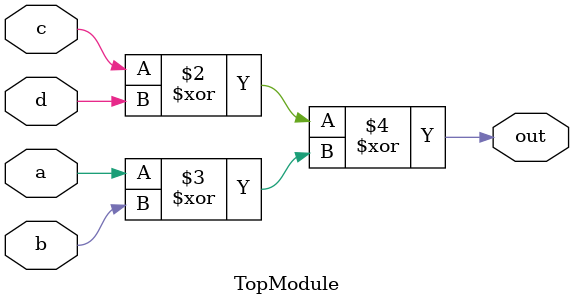
<source format=sv>

module TopModule (
  input a,
  input b,
  input c,
  input d,
  output reg out
);

always @(*) begin
  out = (c ^ d) ^ (a ^ b);
end

endmodule

</source>
